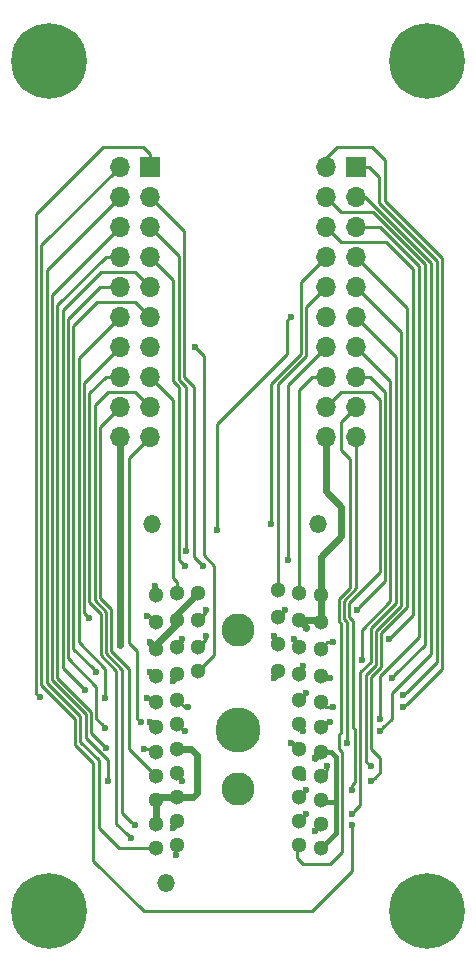
<source format=gbl>
G04 #@! TF.FileFunction,Copper,L2,Bot,Signal*
%FSLAX46Y46*%
G04 Gerber Fmt 4.6, Leading zero omitted, Abs format (unit mm)*
G04 Created by KiCad (PCBNEW 4.0.6) date 03/31/18 20:42:20*
%MOMM*%
%LPD*%
G01*
G04 APERTURE LIST*
%ADD10C,0.100000*%
%ADD11C,6.400000*%
%ADD12O,1.500000X1.500000*%
%ADD13C,2.800000*%
%ADD14C,3.800000*%
%ADD15C,1.300000*%
%ADD16R,1.700000X1.700000*%
%ADD17O,1.700000X1.700000*%
%ADD18C,0.600000*%
%ADD19C,0.250000*%
%ADD20C,0.600000*%
%ADD21C,0.400000*%
G04 APERTURE END LIST*
D10*
D11*
X116000000Y-96000000D03*
X84000000Y-96000000D03*
X84000000Y-24000000D03*
D12*
X92700000Y-63200000D03*
X106800000Y-63200000D03*
D13*
X100000000Y-72200000D03*
D14*
X100000000Y-80650000D03*
D15*
X93020000Y-90700000D03*
X94820000Y-90450000D03*
X96620000Y-75700000D03*
X106980000Y-90700000D03*
X105180000Y-90450000D03*
X106980000Y-88650000D03*
X106980000Y-86600000D03*
X106980000Y-84550000D03*
X106980000Y-82500000D03*
X106980000Y-80400000D03*
X106980000Y-78300000D03*
X106980000Y-76100000D03*
X106980000Y-73820000D03*
X106980000Y-71540000D03*
X106980000Y-69260000D03*
X105180000Y-88400000D03*
X105180000Y-86350000D03*
X105180000Y-84300000D03*
X105180000Y-82250000D03*
X105180000Y-80200000D03*
X105180000Y-78100000D03*
X105180000Y-75900000D03*
X105180000Y-73620000D03*
X105180000Y-71340000D03*
X105180000Y-69060000D03*
X103380000Y-75700000D03*
X103380000Y-73420000D03*
X103380000Y-71140000D03*
X103380000Y-68860000D03*
X96620000Y-73620000D03*
X96620000Y-71340000D03*
X96620000Y-69060000D03*
X93020000Y-88650000D03*
X93020000Y-86600000D03*
X93020000Y-84550000D03*
X93020000Y-82500000D03*
X93020000Y-80400000D03*
X93020000Y-78300000D03*
X93020000Y-76100000D03*
X93020000Y-73820000D03*
X93020000Y-71540000D03*
X93020000Y-69260000D03*
X94820000Y-88400000D03*
X94820000Y-86350000D03*
X94820000Y-84300000D03*
X94820000Y-82250000D03*
X94820000Y-80200000D03*
X94820000Y-78100000D03*
X94820000Y-75900000D03*
X94820000Y-73620000D03*
X94820000Y-71340000D03*
X94820000Y-69060000D03*
D13*
X100000000Y-85700000D03*
D12*
X93900000Y-93600000D03*
D16*
X92540000Y-33000000D03*
D17*
X90000000Y-33000000D03*
X92540000Y-35540000D03*
X90000000Y-35540000D03*
X92540000Y-38080000D03*
X90000000Y-38080000D03*
X92540000Y-40620000D03*
X90000000Y-40620000D03*
X92540000Y-43160000D03*
X90000000Y-43160000D03*
X92540000Y-45700000D03*
X90000000Y-45700000D03*
X92540000Y-48240000D03*
X90000000Y-48240000D03*
X92540000Y-50780000D03*
X90000000Y-50780000D03*
X92540000Y-53320000D03*
X90000000Y-53320000D03*
X92540000Y-55860000D03*
X90000000Y-55860000D03*
D16*
X110000000Y-33000000D03*
D17*
X107460000Y-33000000D03*
X110000000Y-35540000D03*
X107460000Y-35540000D03*
X110000000Y-38080000D03*
X107460000Y-38080000D03*
X110000000Y-40620000D03*
X107460000Y-40620000D03*
X110000000Y-43160000D03*
X107460000Y-43160000D03*
X110000000Y-45700000D03*
X107460000Y-45700000D03*
X110000000Y-48240000D03*
X107460000Y-48240000D03*
X110000000Y-50780000D03*
X107460000Y-50780000D03*
X110000000Y-53320000D03*
X107460000Y-53320000D03*
X110000000Y-55860000D03*
X107460000Y-55860000D03*
D11*
X116000000Y-24000000D03*
D18*
X90900000Y-89800000D03*
X94750000Y-91250000D03*
X96374990Y-48250000D03*
X96500000Y-82750000D03*
X105750000Y-72000000D03*
X106500000Y-83000000D03*
X103000000Y-76250000D03*
X90000000Y-73500000D03*
X92500000Y-73250000D03*
X109625010Y-88750000D03*
X106500000Y-89250000D03*
X111250000Y-83750000D03*
X107500000Y-83750000D03*
X112000000Y-79750000D03*
X107750000Y-80000000D03*
X113999998Y-78750000D03*
X108000000Y-78750000D03*
X113000004Y-76250000D03*
X107750000Y-76250000D03*
X112750000Y-72999994D03*
X108000000Y-73250000D03*
X109625010Y-87750000D03*
X105750000Y-87750000D03*
X109625010Y-85750000D03*
X105750000Y-85750000D03*
X111250000Y-85000000D03*
X105500000Y-84750000D03*
X109250000Y-81750000D03*
X104500000Y-81750000D03*
X112000000Y-80749994D03*
X105500000Y-80750000D03*
X114000006Y-77750000D03*
X105750000Y-77500000D03*
X110500000Y-74750000D03*
X105500000Y-75250000D03*
X102750000Y-63250000D03*
X104750000Y-73000000D03*
X104250000Y-66250000D03*
X103000000Y-72750000D03*
X110025032Y-70500000D03*
X104000000Y-70500000D03*
X95624990Y-65500000D03*
X97250000Y-72750000D03*
X97250000Y-70500000D03*
X97000000Y-66750000D03*
X88816946Y-82183048D03*
X92000000Y-82250000D03*
X91750000Y-80000006D03*
X92500000Y-80000000D03*
X88750000Y-78000000D03*
X92250000Y-78000000D03*
X88000000Y-75750000D03*
X92500000Y-75750000D03*
X87400000Y-71200000D03*
X92250000Y-71000000D03*
X104475000Y-45700002D03*
X93000000Y-68500000D03*
X98250000Y-63750000D03*
X94500000Y-89000000D03*
X91250004Y-88750000D03*
X89000000Y-85000012D03*
X95250000Y-85000000D03*
X88750000Y-80500000D03*
X95500000Y-80750000D03*
X83199994Y-77900000D03*
X95750000Y-78750000D03*
X87000000Y-77250000D03*
X94500000Y-76500000D03*
X95250000Y-73000000D03*
X95500000Y-66750000D03*
D19*
X86650011Y-81650011D02*
X88250000Y-83250000D01*
X92100762Y-90700000D02*
X93020000Y-90700000D01*
X89950000Y-90700000D02*
X92100762Y-90700000D01*
X88250000Y-83250000D02*
X88250000Y-89000000D01*
X83800022Y-76663611D02*
X86650011Y-79513600D01*
X86650011Y-79513600D02*
X86650011Y-81650011D01*
X88250000Y-89000000D02*
X89950000Y-90700000D01*
X90000000Y-35540000D02*
X83800022Y-41739978D01*
X83800022Y-41739978D02*
X83800022Y-76663611D01*
X90600001Y-89500001D02*
X90900000Y-89800000D01*
X88350002Y-70824998D02*
X88350002Y-74350002D01*
X89700001Y-88600001D02*
X90600001Y-89500001D01*
X87400110Y-69875106D02*
X88350002Y-70824998D01*
X87400110Y-52177809D02*
X87400110Y-69875106D01*
X88797919Y-50780000D02*
X87400110Y-52177809D01*
X89700001Y-75700001D02*
X89700001Y-88600001D01*
X90000000Y-50780000D02*
X88797919Y-50780000D01*
X88350002Y-74350002D02*
X89700001Y-75700001D01*
X94750000Y-91250000D02*
X94750000Y-90520000D01*
X94750000Y-90520000D02*
X94820000Y-90450000D01*
X97124990Y-49000000D02*
X96374990Y-48250000D01*
X96620000Y-75700000D02*
X98000000Y-74320000D01*
X97124990Y-65874990D02*
X98000000Y-66750000D01*
X97124990Y-49000000D02*
X97124990Y-65874990D01*
X98000000Y-74320000D02*
X98000000Y-66750000D01*
D20*
X94820000Y-71340000D02*
X94820000Y-71640000D01*
X94820000Y-71640000D02*
X93020000Y-73440000D01*
X93020000Y-73440000D02*
X93020000Y-73820000D01*
X105750000Y-72000000D02*
X105750000Y-71910000D01*
X105750000Y-71910000D02*
X105180000Y-71340000D01*
D19*
X103000000Y-76250000D02*
X103000000Y-76080000D01*
X103000000Y-76080000D02*
X103380000Y-75700000D01*
D20*
X106980000Y-82520000D02*
X106500000Y-83000000D01*
D19*
X106980000Y-82500000D02*
X106980000Y-82520000D01*
D21*
X106980000Y-82500000D02*
X107832533Y-82500000D01*
X108250000Y-82917467D02*
X108250000Y-86750000D01*
X107832533Y-82500000D02*
X108250000Y-82917467D01*
D20*
X107460000Y-55860000D02*
X107460000Y-60460000D01*
X107460000Y-60460000D02*
X108750000Y-61750000D01*
X108750000Y-64250000D02*
X106980000Y-66020000D01*
X108750000Y-61750000D02*
X108750000Y-64250000D01*
X106980000Y-66020000D02*
X106980000Y-68340762D01*
X106980000Y-68340762D02*
X106980000Y-69260000D01*
X94820000Y-86350000D02*
X95739238Y-86350000D01*
X95739238Y-86350000D02*
X95750000Y-86339238D01*
X95750000Y-86339238D02*
X96160762Y-86339238D01*
X96160762Y-86339238D02*
X96500000Y-86000000D01*
X96500000Y-86000000D02*
X96500000Y-82750000D01*
X96500000Y-82750000D02*
X96000000Y-82250000D01*
X96000000Y-82250000D02*
X94820000Y-82250000D01*
X90000000Y-55860000D02*
X90000000Y-73500000D01*
X92500000Y-73250000D02*
X92500000Y-73300000D01*
X92500000Y-73300000D02*
X93020000Y-73820000D01*
X106980000Y-69260000D02*
X106980000Y-71540000D01*
X105180000Y-71340000D02*
X106780000Y-71340000D01*
X106780000Y-71340000D02*
X106980000Y-71540000D01*
D21*
X108250000Y-86750000D02*
X107130000Y-86750000D01*
X107130000Y-86750000D02*
X106980000Y-86600000D01*
X106980000Y-90700000D02*
X108250000Y-89430000D01*
X108250000Y-89430000D02*
X108250000Y-86750000D01*
D20*
X93020000Y-86600000D02*
X93020000Y-88650000D01*
X94820000Y-86350000D02*
X93270000Y-86350000D01*
X93270000Y-86350000D02*
X93020000Y-86600000D01*
X96620000Y-69060000D02*
X94820000Y-70860000D01*
X94820000Y-70860000D02*
X94820000Y-71340000D01*
D19*
X110000000Y-53320000D02*
X108725000Y-54595000D01*
X105000000Y-90630000D02*
X105180000Y-90450000D01*
X105000000Y-91500000D02*
X105000000Y-90630000D01*
X108725000Y-54595000D02*
X108725000Y-56975000D01*
X108500000Y-71447826D02*
X108724976Y-71672802D01*
X108725000Y-56975000D02*
X109435999Y-57685999D01*
X109435999Y-57685999D02*
X109435999Y-68616175D01*
X108724976Y-80850022D02*
X108500000Y-81074998D01*
X109435999Y-68616175D02*
X108500000Y-69552174D01*
X108500000Y-82250000D02*
X108775010Y-82525010D01*
X108500000Y-69552174D02*
X108500000Y-71447826D01*
X108724976Y-71672802D02*
X108724976Y-80850022D01*
X108775010Y-82525010D02*
X108775010Y-90974990D01*
X108500000Y-81074998D02*
X108500000Y-82250000D01*
X108775010Y-90974990D02*
X107750000Y-92000000D01*
X107750000Y-92000000D02*
X105500000Y-92000000D01*
X105500000Y-92000000D02*
X105000000Y-91500000D01*
X86200000Y-81950000D02*
X87750000Y-83500000D01*
X106250000Y-96000000D02*
X109625010Y-92624990D01*
X87750000Y-91750000D02*
X92000000Y-96000000D01*
X87750000Y-83500000D02*
X87750000Y-91750000D01*
X90000000Y-33000000D02*
X83350011Y-39649989D01*
X83350011Y-39649989D02*
X83350011Y-76850011D01*
X83350011Y-76850011D02*
X86200000Y-79700000D01*
X109625010Y-92624990D02*
X109625010Y-89174264D01*
X92000000Y-96000000D02*
X106250000Y-96000000D01*
X109625010Y-89174264D02*
X109625010Y-88750000D01*
X86200000Y-79700000D02*
X86200000Y-81950000D01*
X106500000Y-89250000D02*
X106500000Y-89130000D01*
X106500000Y-89130000D02*
X106980000Y-88650000D01*
X113800044Y-70138543D02*
X111674988Y-72263599D01*
X110799989Y-76002187D02*
X110799989Y-83299989D01*
X113800044Y-46960044D02*
X113800044Y-70138543D01*
X110799989Y-83299989D02*
X110950001Y-83450001D01*
X111674988Y-72263599D02*
X111674988Y-75127188D01*
X110950001Y-83450001D02*
X111250000Y-83750000D01*
X111674988Y-75127188D02*
X110799989Y-76002187D01*
X110000000Y-43160000D02*
X113800044Y-46960044D01*
X107500000Y-83750000D02*
X107500000Y-84030000D01*
X107500000Y-84030000D02*
X106980000Y-84550000D01*
X110000000Y-38080000D02*
X111980000Y-38080000D01*
X111980000Y-38080000D02*
X115299999Y-41399999D01*
X112000000Y-76074998D02*
X112000000Y-79325736D01*
X115299999Y-41399999D02*
X115299999Y-72774999D01*
X115299999Y-72774999D02*
X112000000Y-76074998D01*
X112000000Y-79325736D02*
X112000000Y-79750000D01*
X107750000Y-80000000D02*
X107380000Y-80000000D01*
X107380000Y-80000000D02*
X106980000Y-80400000D01*
X107460000Y-33000000D02*
X107460000Y-32240000D01*
X107460000Y-32240000D02*
X108350000Y-31350000D01*
X112400000Y-32400000D02*
X112400000Y-35890768D01*
X108350000Y-31350000D02*
X111350000Y-31350000D01*
X117250000Y-40740768D02*
X117250000Y-75499998D01*
X117250000Y-75499998D02*
X114299997Y-78450001D01*
X111350000Y-31350000D02*
X112400000Y-32400000D01*
X114299997Y-78450001D02*
X113999998Y-78750000D01*
X112400000Y-35890768D02*
X117250000Y-40740768D01*
X108000000Y-78750000D02*
X107430000Y-78750000D01*
X107430000Y-78750000D02*
X106980000Y-78300000D01*
X115799999Y-73450005D02*
X113300003Y-75950001D01*
X113300003Y-75950001D02*
X113000004Y-76250000D01*
X115799999Y-41199999D02*
X115799999Y-73450005D01*
X107460000Y-35540000D02*
X108720000Y-36800000D01*
X108720000Y-36800000D02*
X111400000Y-36800000D01*
X111400000Y-36800000D02*
X115799999Y-41199999D01*
X107750000Y-76250000D02*
X107130000Y-76250000D01*
X107130000Y-76250000D02*
X106980000Y-76100000D01*
X107460000Y-38080000D02*
X108730000Y-39350000D01*
X108730000Y-39350000D02*
X112550000Y-39350000D01*
X112550000Y-39350000D02*
X114799999Y-41599999D01*
X114799999Y-41599999D02*
X114799999Y-70949995D01*
X114799999Y-70949995D02*
X113049999Y-72699995D01*
X113049999Y-72699995D02*
X112750000Y-72999994D01*
X108000000Y-73250000D02*
X107550000Y-73250000D01*
X107550000Y-73250000D02*
X106980000Y-73820000D01*
X110000000Y-45700000D02*
X113350033Y-49050033D01*
X111224977Y-72077199D02*
X111224977Y-74922801D01*
X113350033Y-69952143D02*
X111224977Y-72077199D01*
X113350033Y-49050033D02*
X113350033Y-69952143D01*
X109925009Y-87450001D02*
X109625010Y-87750000D01*
X111224977Y-74922801D02*
X110349978Y-75797800D01*
X110349978Y-75797800D02*
X110349978Y-87025032D01*
X110349978Y-87025032D02*
X109925009Y-87450001D01*
X105750000Y-87750000D02*
X105750000Y-87830000D01*
X105750000Y-87830000D02*
X105180000Y-88400000D01*
X107460000Y-53320000D02*
X108730000Y-52050000D01*
X112000000Y-67324995D02*
X109400022Y-69924973D01*
X109400022Y-71075026D02*
X109750000Y-71425004D01*
X108730000Y-52050000D02*
X111300000Y-52050000D01*
X109625010Y-85325736D02*
X109625010Y-85750000D01*
X111300000Y-52050000D02*
X112000000Y-52750000D01*
X112000000Y-52750000D02*
X112000000Y-67324995D01*
X109400022Y-69924973D02*
X109400022Y-71075026D01*
X109875001Y-85075745D02*
X109625010Y-85325736D01*
X109750000Y-71425004D02*
X109750000Y-80500000D01*
X109750000Y-80500000D02*
X109875001Y-80625001D01*
X109875001Y-80625001D02*
X109875001Y-85075745D01*
X105750000Y-85750000D02*
X105750000Y-85780000D01*
X105750000Y-85780000D02*
X105180000Y-86350000D01*
X110000000Y-40620000D02*
X114299999Y-44919999D01*
X112000000Y-83000000D02*
X112000000Y-84250000D01*
X114299999Y-44919999D02*
X114299999Y-70274999D01*
X112000000Y-84250000D02*
X111549999Y-84700001D01*
X114299999Y-70274999D02*
X112124999Y-72449999D01*
X112124999Y-72449999D02*
X112124999Y-75313588D01*
X112124999Y-75313588D02*
X111250000Y-76188587D01*
X111250000Y-76188587D02*
X111250000Y-82250000D01*
X111250000Y-82250000D02*
X112000000Y-83000000D01*
X111549999Y-84700001D02*
X111250000Y-85000000D01*
X105500000Y-84750000D02*
X105500000Y-84620000D01*
X105500000Y-84620000D02*
X105180000Y-84300000D01*
X108950011Y-69738573D02*
X108950011Y-71261426D01*
X108950011Y-71261426D02*
X109250000Y-71561415D01*
X109250000Y-71561415D02*
X109250000Y-81325736D01*
X110000000Y-68688584D02*
X108950011Y-69738573D01*
X110000000Y-55860000D02*
X110000000Y-68688584D01*
X109250000Y-81325736D02*
X109250000Y-81750000D01*
X104500000Y-81750000D02*
X104680000Y-81750000D01*
X104680000Y-81750000D02*
X105180000Y-82250000D01*
X110776411Y-35540000D02*
X116349978Y-41113567D01*
X113000000Y-79749994D02*
X112299999Y-80449995D01*
X112299999Y-80449995D02*
X112000000Y-80749994D01*
X113000000Y-77574984D02*
X113000000Y-79749994D01*
X116349978Y-74225006D02*
X113000000Y-77574984D01*
X116349978Y-41113567D02*
X116349978Y-74225006D01*
X110000000Y-35540000D02*
X110776411Y-35540000D01*
X105500000Y-80750000D02*
X105500000Y-80520000D01*
X105500000Y-80520000D02*
X105180000Y-80200000D01*
X116799989Y-74950017D02*
X114300005Y-77450001D01*
X116799989Y-40927167D02*
X116799989Y-74950017D01*
X110000000Y-33000000D02*
X111100000Y-33000000D01*
X114300005Y-77450001D02*
X114000006Y-77750000D01*
X111100000Y-33000000D02*
X111949989Y-33849989D01*
X111949989Y-33849989D02*
X111949989Y-36077167D01*
X111949989Y-36077167D02*
X116799989Y-40927167D01*
X105750000Y-77500000D02*
X105750000Y-77530000D01*
X105750000Y-77530000D02*
X105180000Y-78100000D01*
X110500000Y-74325736D02*
X110500000Y-74750000D01*
X112900022Y-51140022D02*
X112900022Y-69765743D01*
X110500000Y-72165765D02*
X110500000Y-74325736D01*
X112900022Y-69765743D02*
X110500000Y-72165765D01*
X110000000Y-48240000D02*
X112900022Y-51140022D01*
X105500000Y-75250000D02*
X105500000Y-75580000D01*
X105500000Y-75580000D02*
X105180000Y-75900000D01*
X102750000Y-62825736D02*
X102750000Y-63250000D01*
X102750000Y-51400000D02*
X102750000Y-62825736D01*
X105299989Y-48850011D02*
X102750000Y-51400000D01*
X105299989Y-42780011D02*
X105299989Y-48850011D01*
X107460000Y-40620000D02*
X105299989Y-42780011D01*
X104750000Y-73000000D02*
X104750000Y-73190000D01*
X104750000Y-73190000D02*
X105180000Y-73620000D01*
X107460000Y-50780000D02*
X106257919Y-50780000D01*
X106257919Y-50780000D02*
X105180000Y-51857919D01*
X105180000Y-51857919D02*
X105180000Y-68140762D01*
X105180000Y-68140762D02*
X105180000Y-69060000D01*
X104250000Y-51450000D02*
X104250000Y-65825736D01*
X107460000Y-48240000D02*
X104250000Y-51450000D01*
X104250000Y-65825736D02*
X104250000Y-66250000D01*
X103000000Y-72750000D02*
X103000000Y-73040000D01*
X103000000Y-73040000D02*
X103380000Y-73420000D01*
X110325031Y-70200001D02*
X110025032Y-70500000D01*
X112450011Y-52027930D02*
X112450011Y-68075021D01*
X111202081Y-50780000D02*
X112450011Y-52027930D01*
X110000000Y-50780000D02*
X111202081Y-50780000D01*
X112450011Y-68075021D02*
X110325031Y-70200001D01*
X104000000Y-70500000D02*
X104000000Y-70520000D01*
X104000000Y-70520000D02*
X103380000Y-71140000D01*
X107460000Y-43160000D02*
X105750000Y-44870000D01*
X105750000Y-44870000D02*
X105750000Y-49036410D01*
X105750000Y-49036410D02*
X103380000Y-51406410D01*
X103380000Y-51406410D02*
X103380000Y-67940762D01*
X103380000Y-67940762D02*
X103380000Y-68860000D01*
X94999989Y-51011400D02*
X95624990Y-51636401D01*
X95624990Y-65075736D02*
X95624990Y-65500000D01*
X95624990Y-51636401D02*
X95624990Y-65075736D01*
X94999989Y-40539989D02*
X94999989Y-51011400D01*
X92540000Y-38080000D02*
X94999989Y-40539989D01*
X97250000Y-72750000D02*
X97250000Y-72990000D01*
X97250000Y-72990000D02*
X96620000Y-73620000D01*
X92540000Y-35540000D02*
X95450000Y-38450000D01*
X95450000Y-38450000D02*
X95450000Y-50825000D01*
X95450000Y-50825000D02*
X96250000Y-51625000D01*
X96250000Y-51625000D02*
X96250000Y-66000000D01*
X96250000Y-66000000D02*
X97000000Y-66750000D01*
X97250000Y-70500000D02*
X97250000Y-70710000D01*
X97250000Y-70710000D02*
X96620000Y-71340000D01*
X89250024Y-70452198D02*
X88300132Y-69502306D01*
X89150001Y-54169999D02*
X90000000Y-53320000D01*
X88300132Y-55019868D02*
X89150001Y-54169999D01*
X88300132Y-69502306D02*
X88300132Y-55019868D01*
X93020000Y-84550000D02*
X90750000Y-82280000D01*
X90750000Y-75477179D02*
X89250024Y-73977203D01*
X90750000Y-82280000D02*
X90750000Y-75477179D01*
X89250024Y-73977203D02*
X89250024Y-70452198D01*
X88516947Y-81883049D02*
X88816946Y-82183048D01*
X84700044Y-76290811D02*
X87550033Y-79140800D01*
X84700044Y-44717875D02*
X84700044Y-76290811D01*
X88797919Y-40620000D02*
X84700044Y-44717875D01*
X87550033Y-79140800D02*
X87550033Y-80916135D01*
X87550033Y-80916135D02*
X88516947Y-81883049D01*
X90000000Y-40620000D02*
X88797919Y-40620000D01*
X92000000Y-82250000D02*
X92770000Y-82250000D01*
X92770000Y-82250000D02*
X93020000Y-82500000D01*
X92540000Y-55860000D02*
X90750000Y-57650000D01*
X90750000Y-73275000D02*
X91450001Y-73975001D01*
X90750000Y-57650000D02*
X90750000Y-73275000D01*
X91450001Y-73975001D02*
X91450001Y-79700007D01*
X91450001Y-79700007D02*
X91750000Y-80000006D01*
X92500000Y-80000000D02*
X92620000Y-80000000D01*
X92620000Y-80000000D02*
X93020000Y-80400000D01*
X88750000Y-75500000D02*
X88750000Y-77575736D01*
X86500088Y-73250088D02*
X88750000Y-75500000D01*
X86500088Y-49199912D02*
X86500088Y-73250088D01*
X88750000Y-77575736D02*
X88750000Y-78000000D01*
X90000000Y-45700000D02*
X86500088Y-49199912D01*
X92250000Y-78000000D02*
X92720000Y-78000000D01*
X92720000Y-78000000D02*
X93020000Y-78300000D01*
X86050077Y-73800077D02*
X87700001Y-75450001D01*
X87700001Y-75450001D02*
X88000000Y-75750000D01*
X86050077Y-46449923D02*
X86050077Y-73800077D01*
X88075000Y-44425000D02*
X86050077Y-46449923D01*
X91265000Y-44425000D02*
X88075000Y-44425000D01*
X92540000Y-45700000D02*
X91265000Y-44425000D01*
X92500000Y-75750000D02*
X92670000Y-75750000D01*
X92670000Y-75750000D02*
X93020000Y-76100000D01*
X90000000Y-48240000D02*
X86950099Y-51289901D01*
X86950099Y-70750099D02*
X87100001Y-70900001D01*
X87100001Y-70900001D02*
X87400000Y-71200000D01*
X86950099Y-51289901D02*
X86950099Y-70750099D01*
X92480000Y-71000000D02*
X93020000Y-71540000D01*
X92250000Y-71000000D02*
X92480000Y-71000000D01*
X98250000Y-63750000D02*
X98250000Y-54750000D01*
X104175001Y-46000001D02*
X104475000Y-45700002D01*
X98250000Y-54750000D02*
X104175001Y-48824999D01*
X104175001Y-48824999D02*
X104175001Y-46000001D01*
X93000000Y-68924264D02*
X93000000Y-68500000D01*
X93000000Y-69240000D02*
X93000000Y-68924264D01*
X93020000Y-69260000D02*
X93000000Y-69240000D01*
X92540000Y-53320000D02*
X91245000Y-52025000D01*
X88975000Y-52025000D02*
X87850121Y-53149879D01*
X88800013Y-74163603D02*
X90200001Y-75563591D01*
X88800013Y-70638598D02*
X88800013Y-74163603D01*
X87850121Y-53149879D02*
X87850121Y-69688706D01*
X90200001Y-87699997D02*
X90950005Y-88450001D01*
X90950005Y-88450001D02*
X91250004Y-88750000D01*
X91245000Y-52025000D02*
X88975000Y-52025000D01*
X90200001Y-75563591D02*
X90200001Y-87699997D01*
X87850121Y-69688706D02*
X88800013Y-70638598D01*
X94500000Y-89000000D02*
X94500000Y-88720000D01*
X94500000Y-88720000D02*
X94820000Y-88400000D01*
X84250033Y-76477211D02*
X87100022Y-79327200D01*
X84250033Y-43829967D02*
X84250033Y-76477211D01*
X89000000Y-84575748D02*
X89000000Y-85000012D01*
X87100022Y-81350022D02*
X89000000Y-83250000D01*
X87100022Y-79327200D02*
X87100022Y-81350022D01*
X90000000Y-38080000D02*
X84250033Y-43829967D01*
X89000000Y-83250000D02*
X89000000Y-84575748D01*
X94950001Y-84700001D02*
X95250000Y-85000000D01*
X94820000Y-84570000D02*
X94950001Y-84700001D01*
X94820000Y-84300000D02*
X94820000Y-84570000D01*
X88000044Y-79750044D02*
X88450001Y-80200001D01*
X88450001Y-80200001D02*
X88750000Y-80500000D01*
X88000044Y-77000044D02*
X88000044Y-79750044D01*
X88340000Y-43160000D02*
X85600066Y-45899934D01*
X90000000Y-43160000D02*
X88340000Y-43160000D01*
X85600066Y-74600066D02*
X88000044Y-77000044D01*
X85600066Y-45899934D02*
X85600066Y-74600066D01*
X95500000Y-80750000D02*
X95370000Y-80750000D01*
X95370000Y-80750000D02*
X94820000Y-80200000D01*
X92540000Y-33000000D02*
X92540000Y-31900000D01*
X92540000Y-31900000D02*
X91965000Y-31325000D01*
X91965000Y-31325000D02*
X88575000Y-31325000D01*
X82900000Y-77599996D02*
X82899995Y-77600001D01*
X88575000Y-31325000D02*
X82900000Y-37000000D01*
X82900000Y-37000000D02*
X82900000Y-77599996D01*
X82899995Y-77600001D02*
X83199994Y-77900000D01*
X95750000Y-78750000D02*
X95470000Y-78750000D01*
X95470000Y-78750000D02*
X94820000Y-78100000D01*
X88350000Y-41900000D02*
X85150055Y-45099945D01*
X91280000Y-41900000D02*
X88350000Y-41900000D01*
X92540000Y-43160000D02*
X91280000Y-41900000D01*
X85150055Y-45099945D02*
X85150055Y-75400055D01*
X85150055Y-75400055D02*
X86700001Y-76950001D01*
X86700001Y-76950001D02*
X87000000Y-77250000D01*
X94500000Y-76500000D02*
X94500000Y-76220000D01*
X94500000Y-76220000D02*
X94820000Y-75900000D01*
X94999989Y-66249989D02*
X95200001Y-66450001D01*
X94999989Y-51647811D02*
X94999989Y-66249989D01*
X94500000Y-42580000D02*
X94500000Y-51147822D01*
X92540000Y-40620000D02*
X94500000Y-42580000D01*
X94500000Y-51147822D02*
X94999989Y-51647811D01*
X95200001Y-66450001D02*
X95500000Y-66750000D01*
X95250000Y-73000000D02*
X95250000Y-73190000D01*
X95250000Y-73190000D02*
X94820000Y-73620000D01*
X92540000Y-50780000D02*
X94500000Y-52740000D01*
X94820000Y-68140762D02*
X94820000Y-69060000D01*
X94500000Y-67820762D02*
X94820000Y-68140762D01*
X94500000Y-52740000D02*
X94500000Y-67820762D01*
M02*

</source>
